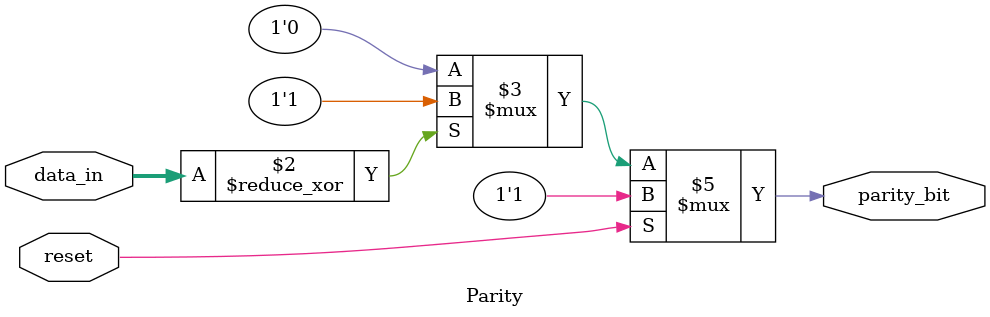
<source format=v>
`timescale 1ns / 1ps

//Parity generator

module Parity(
    input reset,
    input [7:0] data_in,
    output reg parity_bit
);

always @(*) begin
  if(reset)
    parity_bit <= 1'b1;
  else
    parity_bit <= (^data_in)? 1'b1 : 1'b0;
end
endmodule

</source>
